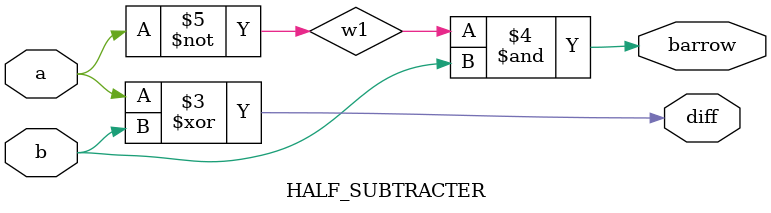
<source format=v>
module HALF_SUBTRACTER(a,b,diff,barrow);
    input a,b;
    output diff,barrow;

     // gate primitives
     wire w;
     xor x(diff,a,b);
     and a1(barrow,w1,b);
     not n(w1,a);
endmodule

//testbench code
 module HALF_SUBTRACTER_tb();
     reg a,b;
     wire diff,barrow;

     //instantiation
     HALF_SUBTRACTER HS(a,b,diff,barrow);

     //procedurel block
     initial begin
      repeat(5)
      begin
      a=$random; b=$random; #10;
      end
      end
      initial
       $monitor("a=%d b=%d diff=%d barrow=%d Time=%0t",a,b,diff,barrow,$time);
  endmodule

</source>
